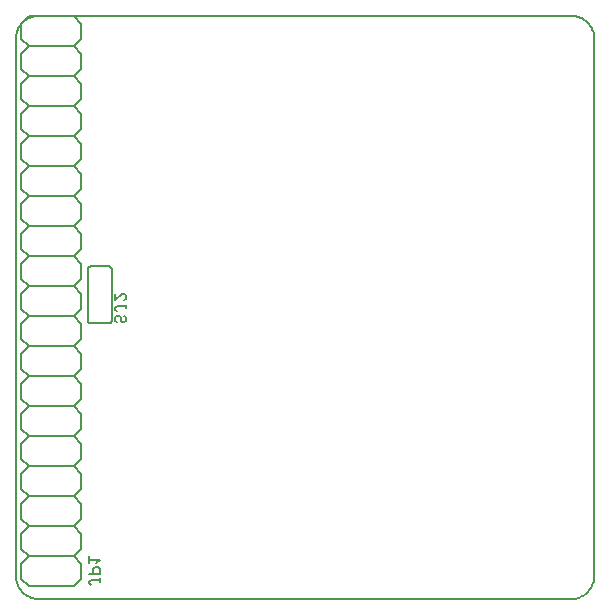
<source format=gbo>
G75*
G70*
%OFA0B0*%
%FSLAX24Y24*%
%IPPOS*%
%LPD*%
%AMOC8*
5,1,8,0,0,1.08239X$1,22.5*
%
%ADD10C,0.0079*%
%ADD11C,0.0060*%
D10*
X000937Y000198D02*
X018654Y000198D01*
X018654Y000199D02*
X018708Y000201D01*
X018761Y000206D01*
X018814Y000215D01*
X018866Y000228D01*
X018918Y000244D01*
X018968Y000264D01*
X019016Y000287D01*
X019063Y000314D01*
X019108Y000343D01*
X019151Y000376D01*
X019191Y000411D01*
X019229Y000449D01*
X019264Y000489D01*
X019297Y000532D01*
X019326Y000577D01*
X019353Y000624D01*
X019376Y000672D01*
X019396Y000722D01*
X019412Y000774D01*
X019425Y000826D01*
X019434Y000879D01*
X019439Y000932D01*
X019441Y000986D01*
X019441Y018860D01*
X019439Y018914D01*
X019434Y018967D01*
X019425Y019020D01*
X019412Y019072D01*
X019396Y019124D01*
X019376Y019174D01*
X019353Y019222D01*
X019326Y019269D01*
X019297Y019314D01*
X019264Y019357D01*
X019229Y019397D01*
X019191Y019435D01*
X019151Y019470D01*
X019108Y019503D01*
X019063Y019532D01*
X019016Y019559D01*
X018968Y019582D01*
X018918Y019602D01*
X018866Y019618D01*
X018814Y019631D01*
X018761Y019640D01*
X018708Y019645D01*
X018654Y019647D01*
X000937Y019647D01*
X000883Y019645D01*
X000830Y019640D01*
X000777Y019631D01*
X000725Y019618D01*
X000673Y019602D01*
X000623Y019582D01*
X000575Y019559D01*
X000528Y019532D01*
X000483Y019503D01*
X000440Y019470D01*
X000400Y019435D01*
X000362Y019397D01*
X000327Y019357D01*
X000294Y019314D01*
X000265Y019269D01*
X000238Y019222D01*
X000215Y019174D01*
X000195Y019124D01*
X000179Y019072D01*
X000166Y019020D01*
X000157Y018967D01*
X000152Y018914D01*
X000150Y018860D01*
X000150Y000986D01*
X000152Y000932D01*
X000157Y000879D01*
X000166Y000826D01*
X000179Y000774D01*
X000195Y000722D01*
X000215Y000672D01*
X000238Y000624D01*
X000265Y000577D01*
X000294Y000532D01*
X000327Y000489D01*
X000362Y000449D01*
X000400Y000411D01*
X000440Y000376D01*
X000483Y000343D01*
X000528Y000314D01*
X000575Y000287D01*
X000623Y000264D01*
X000673Y000244D01*
X000725Y000228D01*
X000777Y000215D01*
X000830Y000206D01*
X000883Y000201D01*
X000937Y000199D01*
D11*
X000579Y000634D02*
X002079Y000634D01*
X002329Y000884D01*
X002329Y001384D01*
X002079Y001634D01*
X000579Y001634D01*
X000329Y001884D01*
X000329Y002384D01*
X000579Y002634D01*
X002079Y002634D01*
X002329Y002884D01*
X002329Y003384D01*
X002079Y003634D01*
X000579Y003634D01*
X000329Y003884D01*
X000329Y004384D01*
X000579Y004634D01*
X002079Y004634D01*
X002329Y004884D01*
X002329Y005384D01*
X002079Y005634D01*
X000579Y005634D01*
X000329Y005884D01*
X000329Y006384D01*
X000579Y006634D01*
X002079Y006634D01*
X002329Y006884D01*
X002329Y007384D01*
X002079Y007634D01*
X000579Y007634D01*
X000329Y007384D01*
X000329Y006884D01*
X000579Y006634D01*
X002079Y006634D02*
X002329Y006384D01*
X002329Y005884D01*
X002079Y005634D01*
X000579Y005634D02*
X000329Y005384D01*
X000329Y004884D01*
X000579Y004634D01*
X002079Y004634D02*
X002329Y004384D01*
X002329Y003884D01*
X002079Y003634D01*
X000579Y003634D02*
X000329Y003384D01*
X000329Y002884D01*
X000579Y002634D01*
X002079Y002634D02*
X002329Y002384D01*
X002329Y001884D01*
X002079Y001634D01*
X002609Y001628D02*
X002609Y001401D01*
X002609Y001515D02*
X002950Y001515D01*
X002836Y001401D01*
X002780Y001260D02*
X002723Y001203D01*
X002723Y001033D01*
X002609Y001033D02*
X002950Y001033D01*
X002950Y001203D01*
X002893Y001260D01*
X002780Y001260D01*
X002950Y000891D02*
X002950Y000778D01*
X002950Y000835D02*
X002666Y000835D01*
X002609Y000778D01*
X002609Y000721D01*
X002666Y000664D01*
X000579Y000634D02*
X000329Y000884D01*
X000329Y001384D01*
X000579Y001634D01*
X000579Y007634D02*
X000329Y007884D01*
X000329Y008384D01*
X000579Y008634D01*
X002079Y008634D01*
X002329Y008884D01*
X002329Y009384D01*
X002079Y009634D01*
X000579Y009634D01*
X000329Y009384D01*
X000329Y008884D01*
X000579Y008634D01*
X002079Y008634D02*
X002329Y008384D01*
X002329Y007884D01*
X002079Y007634D01*
X002646Y009392D02*
X003246Y009392D01*
X003263Y009394D01*
X003280Y009398D01*
X003296Y009405D01*
X003310Y009415D01*
X003323Y009428D01*
X003333Y009442D01*
X003340Y009458D01*
X003344Y009475D01*
X003346Y009492D01*
X003346Y011192D01*
X003344Y011209D01*
X003340Y011226D01*
X003333Y011242D01*
X003323Y011256D01*
X003310Y011269D01*
X003296Y011279D01*
X003280Y011286D01*
X003263Y011290D01*
X003246Y011292D01*
X002646Y011292D01*
X002629Y011290D01*
X002612Y011286D01*
X002596Y011279D01*
X002582Y011269D01*
X002569Y011256D01*
X002559Y011242D01*
X002552Y011226D01*
X002548Y011209D01*
X002546Y011192D01*
X002546Y009492D01*
X002548Y009475D01*
X002552Y009458D01*
X002559Y009442D01*
X002569Y009428D01*
X002582Y009415D01*
X002596Y009405D01*
X002612Y009398D01*
X002629Y009394D01*
X002646Y009392D01*
X002329Y009884D02*
X002079Y009634D01*
X002329Y009884D02*
X002329Y010384D01*
X002079Y010634D01*
X000579Y010634D01*
X000329Y010384D01*
X000329Y009884D01*
X000579Y009634D01*
X000579Y010634D02*
X000329Y010884D01*
X000329Y011384D01*
X000579Y011634D01*
X002079Y011634D01*
X002329Y011884D01*
X002329Y012384D01*
X002079Y012634D01*
X000579Y012634D01*
X000329Y012384D01*
X000329Y011884D01*
X000579Y011634D01*
X002079Y011634D02*
X002329Y011384D01*
X002329Y010884D01*
X002079Y010634D01*
X003476Y010386D02*
X003476Y010159D01*
X003703Y010386D01*
X003760Y010386D01*
X003817Y010329D01*
X003817Y010216D01*
X003760Y010159D01*
X003817Y010018D02*
X003817Y009904D01*
X003817Y009961D02*
X003533Y009961D01*
X003476Y009904D01*
X003476Y009847D01*
X003533Y009791D01*
X003533Y009649D02*
X003476Y009593D01*
X003476Y009479D01*
X003533Y009422D01*
X003646Y009479D02*
X003646Y009593D01*
X003590Y009649D01*
X003533Y009649D01*
X003646Y009479D02*
X003703Y009422D01*
X003760Y009422D01*
X003817Y009479D01*
X003817Y009593D01*
X003760Y009649D01*
X002079Y012634D02*
X002329Y012884D01*
X002329Y013384D01*
X002079Y013634D01*
X000579Y013634D01*
X000329Y013384D01*
X000329Y012884D01*
X000579Y012634D01*
X000579Y013634D02*
X000329Y013884D01*
X000329Y014384D01*
X000579Y014634D01*
X002079Y014634D01*
X002329Y014884D01*
X002329Y015384D01*
X002079Y015634D01*
X000579Y015634D01*
X000329Y015384D01*
X000329Y014884D01*
X000579Y014634D01*
X002079Y014634D02*
X002329Y014384D01*
X002329Y013884D01*
X002079Y013634D01*
X002079Y015634D02*
X002329Y015884D01*
X002329Y016384D01*
X002079Y016634D01*
X000579Y016634D01*
X000329Y016384D01*
X000329Y015884D01*
X000579Y015634D01*
X000579Y016634D02*
X000329Y016884D01*
X000329Y017384D01*
X000579Y017634D01*
X002079Y017634D01*
X002329Y017884D01*
X002329Y018384D01*
X002079Y018634D01*
X000579Y018634D01*
X000329Y018384D01*
X000329Y017884D01*
X000579Y017634D01*
X002079Y017634D02*
X002329Y017384D01*
X002329Y016884D01*
X002079Y016634D01*
X002079Y018634D02*
X002329Y018884D01*
X002329Y019384D01*
X002079Y019634D01*
X000579Y019634D01*
X000329Y019384D01*
X000329Y018884D01*
X000579Y018634D01*
M02*

</source>
